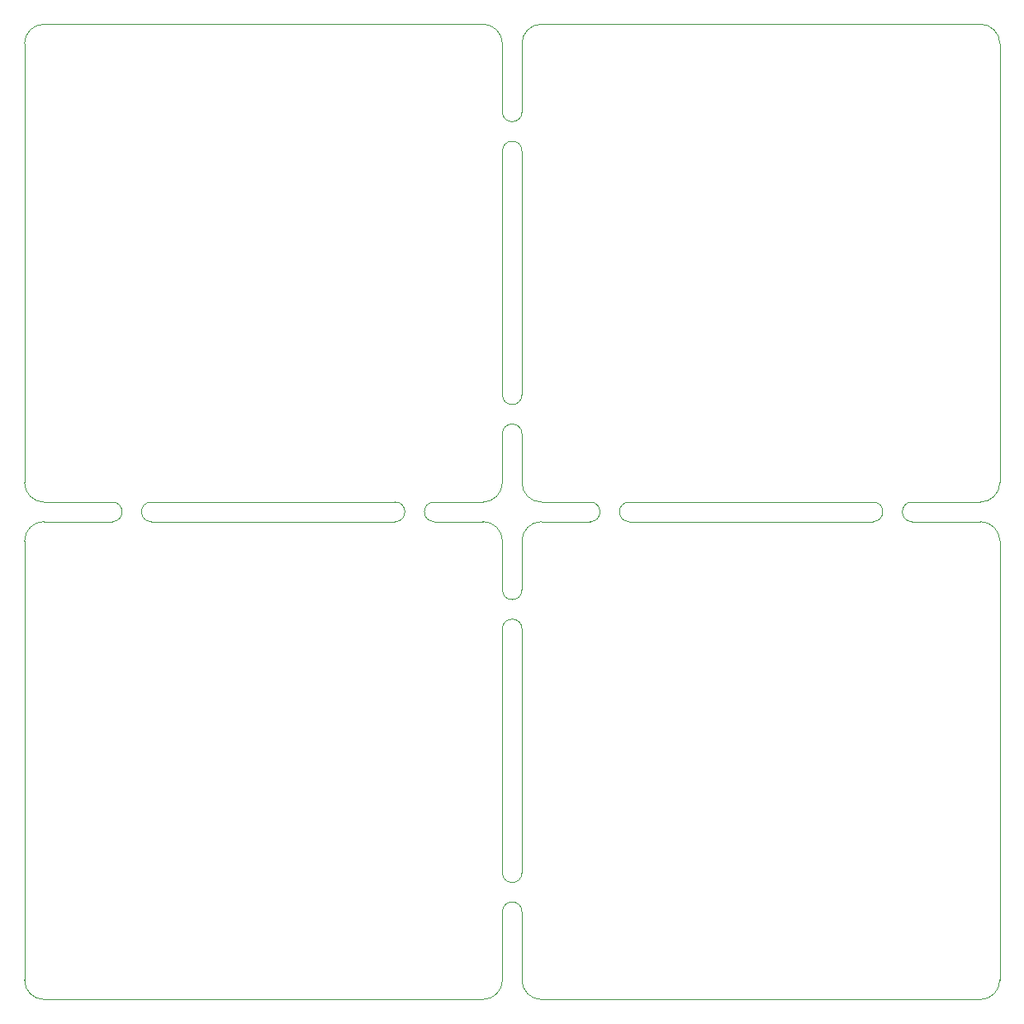
<source format=gm1>
G04 #@! TF.GenerationSoftware,KiCad,Pcbnew,(6.0.9)*
G04 #@! TF.CreationDate,2023-01-12T22:26:48+07:00*
G04 #@! TF.ProjectId,ESP12CORE_B_panel,45535031-3243-44f5-9245-5f425f70616e,rev?*
G04 #@! TF.SameCoordinates,Original*
G04 #@! TF.FileFunction,Profile,NP*
%FSLAX46Y46*%
G04 Gerber Fmt 4.6, Leading zero omitted, Abs format (unit mm)*
G04 Created by KiCad (PCBNEW (6.0.9)) date 2023-01-12 22:26:48*
%MOMM*%
%LPD*%
G01*
G04 APERTURE LIST*
G04 #@! TA.AperFunction,Profile*
%ADD10C,0.020000*%
G04 #@! TD*
G04 #@! TA.AperFunction,Profile*
%ADD11C,0.100000*%
G04 #@! TD*
G04 APERTURE END LIST*
D10*
X154000000Y-160000000D02*
X199000000Y-160000000D01*
X152000000Y-158000000D02*
G75*
G03*
X154000000Y-160000000I2000000J0D01*
G01*
X154000000Y-109000000D02*
X159000000Y-109000000D01*
D11*
X159000000Y-111000000D02*
G75*
G03*
X159000000Y-109000000I0J1000000D01*
G01*
D10*
X103000000Y-160000000D02*
X148000000Y-160000000D01*
X101000000Y-113000000D02*
X101000000Y-158000000D01*
X103000000Y-111000000D02*
X110000000Y-111000000D01*
X150000000Y-113000000D02*
X150000000Y-118000000D01*
X152000000Y-118000000D02*
X152000000Y-113000000D01*
X159000000Y-111000000D02*
X154000000Y-111000000D01*
X192000000Y-109000000D02*
X199000000Y-109000000D01*
X192000000Y-111000000D02*
X199000000Y-111000000D01*
X201000000Y-158000000D02*
X201000000Y-113000000D01*
X154000000Y-60000000D02*
X199000000Y-60000000D01*
X201000000Y-68100000D02*
X201000000Y-62000000D01*
X103000000Y-111000000D02*
G75*
G03*
X101000000Y-113000000I0J-2000000D01*
G01*
X152000000Y-151000000D02*
X152000000Y-158000000D01*
X150000000Y-158000000D02*
X150000000Y-151000000D01*
X199000000Y-160000000D02*
G75*
G03*
X201000000Y-158000000I0J2000000D01*
G01*
D11*
X152000000Y-151000000D02*
G75*
G03*
X150000000Y-151000000I-1000000J0D01*
G01*
D10*
X139000000Y-109000000D02*
X114000000Y-109000000D01*
X114000000Y-111000000D02*
X139000000Y-111000000D01*
X108000000Y-109000000D02*
X110000000Y-109000000D01*
X152000000Y-147000000D02*
X152000000Y-122000000D01*
X150000000Y-122000000D02*
X150000000Y-147000000D01*
D11*
X188000000Y-111000000D02*
G75*
G03*
X188000000Y-109000000I0J1000000D01*
G01*
X150000000Y-147000000D02*
G75*
G03*
X152000000Y-147000000I1000000J0D01*
G01*
X152000000Y-122000000D02*
G75*
G03*
X150000000Y-122000000I-1000000J0D01*
G01*
D10*
X150000000Y-62000000D02*
G75*
G03*
X148000000Y-60000000I-2000000J0D01*
G01*
D11*
X150000000Y-98000000D02*
G75*
G03*
X152000000Y-98000000I1000000J0D01*
G01*
X152000000Y-73000000D02*
G75*
G03*
X150000000Y-73000000I-1000000J0D01*
G01*
D10*
X154000000Y-111000000D02*
G75*
G03*
X152000000Y-113000000I0J-2000000D01*
G01*
X201000000Y-72000000D02*
X201000000Y-68100000D01*
X103000000Y-109000000D02*
X108000000Y-109000000D01*
X201000000Y-113000000D02*
G75*
G03*
X199000000Y-111000000I-2000000J0D01*
G01*
X101000000Y-158000000D02*
G75*
G03*
X103000000Y-160000000I2000000J0D01*
G01*
X201000000Y-98000000D02*
X201000000Y-72000000D01*
X148000000Y-109000000D02*
G75*
G03*
X150000000Y-107000000I0J2000000D01*
G01*
X199000000Y-109000000D02*
G75*
G03*
X201000000Y-107000000I0J2000000D01*
G01*
X148000000Y-109000000D02*
X143000000Y-109000000D01*
X148000000Y-160000000D02*
G75*
G03*
X150000000Y-158000000I0J2000000D01*
G01*
D11*
X143000000Y-109000000D02*
G75*
G03*
X143000000Y-111000000I0J-1000000D01*
G01*
D10*
X103000000Y-60000000D02*
G75*
G03*
X101000000Y-62000000I0J-2000000D01*
G01*
X201000000Y-62000000D02*
G75*
G03*
X199000000Y-60000000I-2000000J0D01*
G01*
D11*
X110000000Y-111000000D02*
G75*
G03*
X110000000Y-109000000I0J1000000D01*
G01*
D10*
X152000000Y-107000000D02*
G75*
G03*
X154000000Y-109000000I2000000J0D01*
G01*
X101000000Y-107000000D02*
G75*
G03*
X103000000Y-109000000I2000000J0D01*
G01*
D11*
X150000000Y-69000000D02*
G75*
G03*
X152000000Y-69000000I1000000J0D01*
G01*
X152000000Y-102000000D02*
G75*
G03*
X150000000Y-102000000I-1000000J0D01*
G01*
D10*
X201000000Y-107000000D02*
X201000000Y-102000000D01*
D11*
X163000000Y-109000000D02*
G75*
G03*
X163000000Y-111000000I0J-1000000D01*
G01*
D10*
X188000000Y-109000000D02*
X163000000Y-109000000D01*
X150000000Y-113000000D02*
G75*
G03*
X148000000Y-111000000I-2000000J0D01*
G01*
X201000000Y-102000000D02*
X201000000Y-98000000D01*
X154000000Y-60000000D02*
G75*
G03*
X152000000Y-62000000I0J-2000000D01*
G01*
X152000000Y-69000000D02*
X152000000Y-62000000D01*
X152000000Y-102000000D02*
X152000000Y-107000000D01*
X103000000Y-60000000D02*
X148000000Y-60000000D01*
D11*
X114000000Y-109000000D02*
G75*
G03*
X114000000Y-111000000I0J-1000000D01*
G01*
D10*
X101000000Y-107000000D02*
X101000000Y-62000000D01*
X150000000Y-69000000D02*
X150000000Y-62000000D01*
X150000000Y-107000000D02*
X150000000Y-102000000D01*
D11*
X192000000Y-109000000D02*
G75*
G03*
X192000000Y-111000000I0J-1000000D01*
G01*
D10*
X163000000Y-111000000D02*
X188000000Y-111000000D01*
X143000000Y-111000000D02*
X148000000Y-111000000D01*
D11*
X139000000Y-111000000D02*
G75*
G03*
X139000000Y-109000000I0J1000000D01*
G01*
D10*
X150000000Y-98000000D02*
X150000000Y-73000000D01*
X152000000Y-98000000D02*
X152000000Y-73000000D01*
D11*
X150000000Y-118000000D02*
G75*
G03*
X152000000Y-118000000I1000000J0D01*
G01*
M02*

</source>
